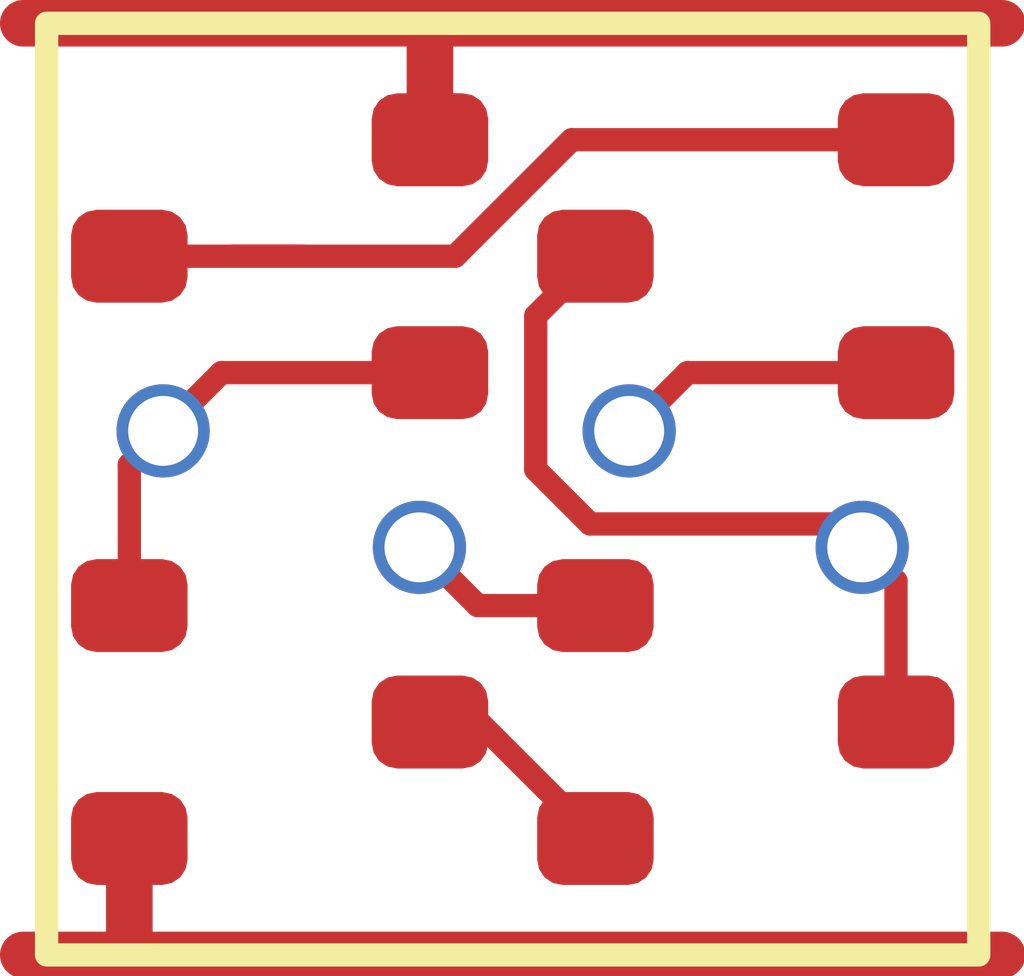
<source format=kicad_pcb>
(kicad_pcb (version 20241229) (generator "pcbnew") (generator_version "9.0")
  (layers (0 "F.Cu" signal) (2 "B.Cu" signal) (13 "F.Paste" user) (15 "B.Paste" user) (5 "F.SilkS" user "F.Silkscreen") (7 "B.SilkS" user "B.Silkscreen") (1 "F.Mask" user) (3 "B.Mask" user) (25 "Edge.Cuts" user))
  (net 0 "")
  (net 1 "Y")
  (net 2 "GND")
  (net 3 "A")
  (net 4 "VDD")
  (net 5 "intN")
  (net 6 "EN")
  (net 7 "intP")
  (net 8 "nEN")
  (footprint "RV523:SOT523" (layer "F.Cu") (at 3 3)
    (property "Reference" "N2" (hide yes))
    (property "Value" "" (hide yes))
    (pad "1" smd roundrect (at -0.645 -0.5 180) (size 0.5 0.399) (layers "F.Cu" "F.Mask" "F.Paste") (roundrect_rratio 0.275) (net 6 "EN"))
    (pad "2" smd roundrect (at -0.645 0.5 180) (size 0.5 0.399) (layers "F.Cu" "F.Mask" "F.Paste") (roundrect_rratio 0.275) (net 5 "intN"))
    (pad "3" smd roundrect (at 0.645 0 180) (size 0.5 0.399) (layers "F.Cu" "F.Mask" "F.Paste") (roundrect_rratio 0.275) (net 1 "Y"))
  )
  (footprint "RV523:SOT523" (layer "F.Cu") (at 3 1 180)
    (property "Reference" "P2" (hide yes))
    (property "Value" "" (hide yes))
    (pad "1" smd roundrect (at -0.645 -0.5) (size 0.5 0.399) (layers "F.Cu" "F.Mask" "F.Paste") (roundrect_rratio 0.275) (net 8 "nEN"))
    (pad "2" smd roundrect (at -0.645 0.5) (size 0.5 0.399) (layers "F.Cu" "F.Mask" "F.Paste") (roundrect_rratio 0.275) (net 7 "intP"))
    (pad "3" smd roundrect (at 0.645 0) (size 0.5 0.399) (layers "F.Cu" "F.Mask" "F.Paste") (roundrect_rratio 0.275) (net 1 "Y"))
  )
  (footprint "RV523:SOT523" (layer "F.Cu") (at 1 3)
    (property "Reference" "N1" (hide yes))
    (property "Value" "" (hide yes))
    (pad "1" smd roundrect (at -0.645 -0.5 180) (size 0.5 0.399) (layers "F.Cu" "F.Mask" "F.Paste") (roundrect_rratio 0.275) (net 3 "A"))
    (pad "2" smd roundrect (at -0.645 0.5 180) (size 0.5 0.399) (layers "F.Cu" "F.Mask" "F.Paste") (roundrect_rratio 0.275) (net 2 "GND"))
    (pad "3" smd roundrect (at 0.645 0 180) (size 0.5 0.399) (layers "F.Cu" "F.Mask" "F.Paste") (roundrect_rratio 0.275) (net 5 "intN"))
  )
  (footprint "RV523:SOT523" (layer "F.Cu") (at 1 1 180)
    (property "Reference" "P1" (hide yes))
    (property "Value" "" (hide yes))
    (pad "1" smd roundrect (at -0.645 -0.5) (size 0.5 0.399) (layers "F.Cu" "F.Mask" "F.Paste") (roundrect_rratio 0.275) (net 3 "A"))
    (pad "2" smd roundrect (at -0.645 0.5) (size 0.5 0.399) (layers "F.Cu" "F.Mask" "F.Paste") (roundrect_rratio 0.275) (net 4 "VDD"))
    (pad "3" smd roundrect (at 0.645 0) (size 0.5 0.399) (layers "F.Cu" "F.Mask" "F.Paste") (roundrect_rratio 0.275) (net 7 "intP"))
  )
  (gr_rect (start 0 0) (end 4 4) (stroke (width 0.1)) (fill no) (layer "F.SilkS"))
  (segment (start 2.3324 2.1495) (end 3.3995 2.1495) (width 0.1) (layer "F.Cu") (net 1))
  (segment (start 3.3995 2.1495) (end 3.5 2.25) (width 0.1) (layer "F.Cu") (net 1))
  (segment (start 2.355 1) (end 2.099 1.256) (width 0.1) (layer "F.Cu") (net 1))
  (segment (start 2.099 1.9161) (end 2.3324 2.1495) (width 0.1) (layer "F.Cu") (net 1))
  (segment (start 3.645 3) (end 3.645 2.395) (width 0.1) (layer "F.Cu") (net 1))
  (segment (start 2.099 1.256) (end 2.099 1.9161) (width 0.1) (layer "F.Cu") (net 1))
  (segment (start 3.645 2.395) (end 3.5 2.25) (width 0.1) (layer "F.Cu") (net 1))
  (via (at 3.5 2.25) (size 0.4) (drill 0.3) (layers "F.Cu" "B.Cu") (net 1))
  (segment (start 0.3 4) (end -0.1 4) (width 0.2) (layer "F.Cu") (net 2))
  (segment (start 0.3 4) (end 4.1 4) (width 0.2) (layer "F.Cu") (net 2))
  (segment (start 0.355 3.5) (end 0.355 3.945) (width 0.2) (layer "F.Cu") (net 2))
  (segment (start 0.355 3.945) (end 0.3 4) (width 0.2) (layer "F.Cu") (net 2))
  (segment (start 0.75 1.5) (end 0.5 1.75) (width 0.1) (layer "F.Cu") (net 3))
  (segment (start 1.645 1.5) (end 0.75 1.5) (width 0.1) (layer "F.Cu") (net 3))
  (segment (start 0.355 2.5) (end 0.355 1.895) (width 0.1) (layer "F.Cu") (net 3))
  (segment (start 0.355 1.895) (end 0.5 1.75) (width 0.1) (layer "F.Cu") (net 3))
  (via (at 0.5 1.75) (size 0.4) (drill 0.3) (layers "F.Cu" "B.Cu") (net 3))
  (segment (start 1.645 0.4) (end 1.645 0.045) (width 0.2) (layer "F.Cu") (net 4))
  (segment (start 1.645 0.045) (end 1.6 0) (width 0.2) (layer "F.Cu") (net 4))
  (segment (start 1.6 0) (end -0.1 0) (width 0.2) (layer "F.Cu") (net 4))
  (segment (start 1.6 0) (end 4.1 0) (width 0.2) (layer "F.Cu") (net 4))
  (segment (start 1.855 3) (end 2.355 3.5) (width 0.1) (layer "F.Cu") (net 5))
  (segment (start 1.645 3) (end 1.855 3) (width 0.1) (layer "F.Cu") (net 5))
  (segment (start 1.85 2.5) (end 1.6 2.25) (width 0.1) (layer "F.Cu") (net 6))
  (segment (start 2.355 2.5) (end 1.85 2.5) (width 0.1) (layer "F.Cu") (net 6))
  (via (at 1.6 2.25) (size 0.4) (drill 0.3) (layers "F.Cu" "B.Cu") (net 6))
  (segment (start 0.8 1) (end 1.1 1) (width 0.1) (layer "F.Cu") (net 7))
  (segment (start 2.253188 0.5) (end 3.645 0.5) (width 0.1) (layer "F.Cu") (net 7))
  (segment (start 0.8 1) (end 1.753188 1) (width 0.1) (layer "F.Cu") (net 7))
  (segment (start 0.355 1) (end 0.8 1) (width 0.1) (layer "F.Cu") (net 7))
  (segment (start 1.753188 1) (end 2.253188 0.5) (width 0.1) (layer "F.Cu") (net 7))
  (segment (start 2.75 1.5) (end 2.5 1.75) (width 0.1) (layer "F.Cu") (net 8))
  (segment (start 3.645 1.5) (end 2.75 1.5) (width 0.1) (layer "F.Cu") (net 8))
  (via (at 2.5 1.75) (size 0.4) (drill 0.3) (layers "F.Cu" "B.Cu") (net 8))
)
</source>
